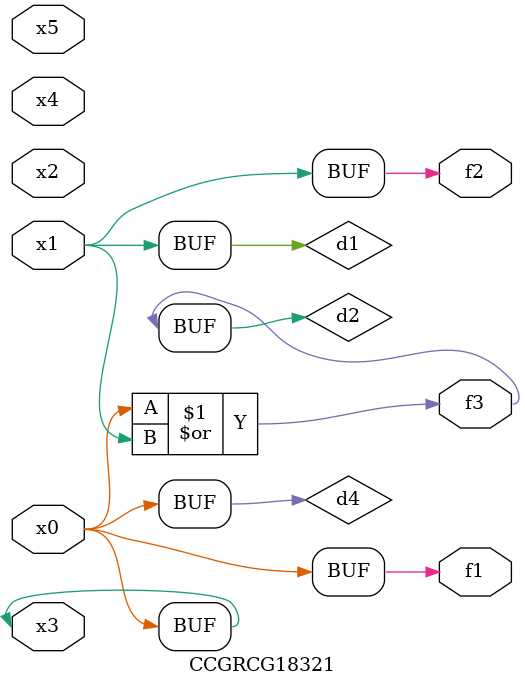
<source format=v>
module CCGRCG18321(
	input x0, x1, x2, x3, x4, x5,
	output f1, f2, f3
);

	wire d1, d2, d3, d4;

	and (d1, x1);
	or (d2, x0, x1);
	nand (d3, x0, x5);
	buf (d4, x0, x3);
	assign f1 = d4;
	assign f2 = d1;
	assign f3 = d2;
endmodule

</source>
